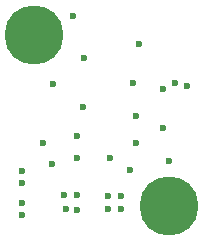
<source format=gbr>
%TF.GenerationSoftware,KiCad,Pcbnew,8.0.4*%
%TF.CreationDate,2025-02-04T23:44:10-05:00*%
%TF.ProjectId,Magnetometer,4d61676e-6574-46f6-9d65-7465722e6b69,rev?*%
%TF.SameCoordinates,Original*%
%TF.FileFunction,Copper,L4,Bot*%
%TF.FilePolarity,Positive*%
%FSLAX46Y46*%
G04 Gerber Fmt 4.6, Leading zero omitted, Abs format (unit mm)*
G04 Created by KiCad (PCBNEW 8.0.4) date 2025-02-04 23:44:10*
%MOMM*%
%LPD*%
G01*
G04 APERTURE LIST*
%TA.AperFunction,ComponentPad*%
%ADD10C,2.900000*%
%TD*%
%TA.AperFunction,ConnectorPad*%
%ADD11C,5.000000*%
%TD*%
%TA.AperFunction,ViaPad*%
%ADD12C,0.600000*%
%TD*%
G04 APERTURE END LIST*
D10*
%TO.P,REF\u002A\u002A,1*%
%TO.N,N/C*%
X129286000Y-144526000D03*
D11*
X129286000Y-144526000D03*
%TD*%
D10*
%TO.P,REF\u002A\u002A,1*%
%TO.N,N/C*%
X140716000Y-159004000D03*
D11*
X140716000Y-159004000D03*
%TD*%
D12*
%TO.N,5V*%
X132560000Y-142950000D03*
X130880000Y-148710000D03*
X133480000Y-146500000D03*
X135710000Y-154980000D03*
X133420000Y-150680000D03*
X131940000Y-159320000D03*
X132880000Y-159350000D03*
X132890000Y-158130000D03*
X131820000Y-158110000D03*
%TO.N,GND*%
X135560000Y-159270000D03*
X136640000Y-159290000D03*
X136650000Y-158180000D03*
X135510000Y-158190000D03*
X128270000Y-156100000D03*
X128250000Y-157120000D03*
%TO.N,5V*%
X128260000Y-158750000D03*
X128230000Y-159830000D03*
%TO.N,GND*%
X141224000Y-148590000D03*
X137922000Y-151384000D03*
X132924550Y-154975601D03*
X137414000Y-155956000D03*
X130810000Y-155448000D03*
X140716000Y-155194000D03*
%TO.N,3V3*%
X140208000Y-149098000D03*
X138176000Y-145288000D03*
X137668000Y-148590000D03*
X137922000Y-153670000D03*
X140208000Y-152400000D03*
X142240000Y-148844000D03*
%TO.N,5V*%
X132924550Y-153075599D03*
X130048000Y-153670000D03*
%TD*%
M02*

</source>
